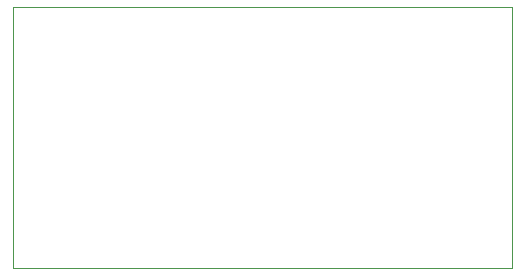
<source format=gbr>
%TF.GenerationSoftware,KiCad,Pcbnew,(5.1.10)-1*%
%TF.CreationDate,2021-10-24T22:50:07+08:00*%
%TF.ProjectId,ESP8266_Wakener,45535038-3236-4365-9f57-616b656e6572,rev?*%
%TF.SameCoordinates,Original*%
%TF.FileFunction,Profile,NP*%
%FSLAX46Y46*%
G04 Gerber Fmt 4.6, Leading zero omitted, Abs format (unit mm)*
G04 Created by KiCad (PCBNEW (5.1.10)-1) date 2021-10-24 22:50:07*
%MOMM*%
%LPD*%
G01*
G04 APERTURE LIST*
%TA.AperFunction,Profile*%
%ADD10C,0.050000*%
%TD*%
G04 APERTURE END LIST*
D10*
X84582000Y-87376000D02*
X84582000Y-109474000D01*
X126882000Y-87374000D02*
X84582000Y-87376000D01*
X126882000Y-109472000D02*
X126882000Y-87374000D01*
X84582000Y-109474000D02*
X126882000Y-109472000D01*
M02*

</source>
